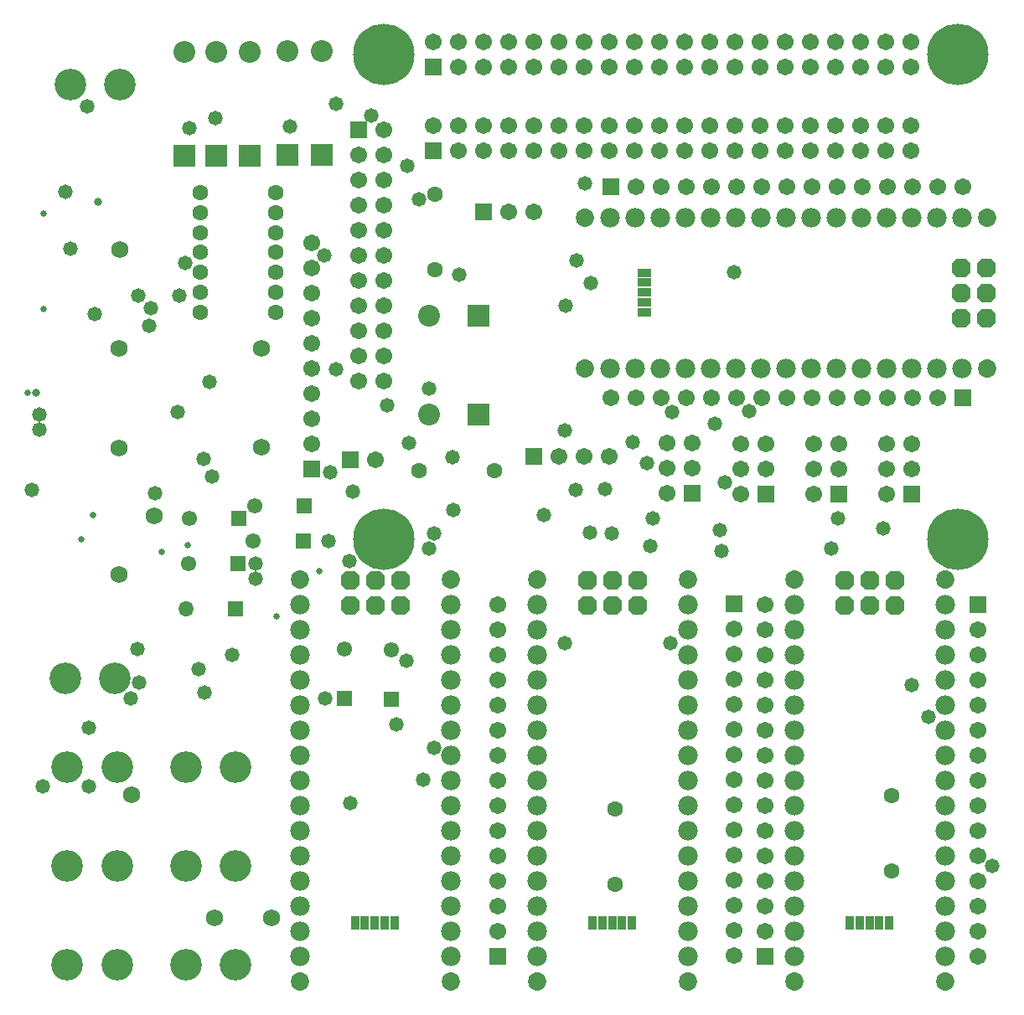
<source format=gts>
G04 Layer_Color=8388736*
%FSLAX24Y24*%
%MOIN*%
G70*
G01*
G75*
%ADD51R,0.0330X0.0580*%
%ADD52R,0.0580X0.0330*%
%ADD53C,0.0671*%
%ADD54R,0.0671X0.0671*%
%ADD55C,0.0730*%
%ADD56P,0.0820X8X22.5*%
%ADD57C,0.0780*%
%ADD58C,0.0867*%
%ADD59R,0.0867X0.0867*%
%ADD60C,0.0631*%
%ADD61R,0.0671X0.0671*%
%ADD62R,0.0611X0.0611*%
%ADD63C,0.0611*%
%ADD64O,0.0612X0.0611*%
%ADD65R,0.0611X0.0611*%
%ADD66C,0.2442*%
%ADD67C,0.1261*%
%ADD68R,0.0867X0.0867*%
%ADD69P,0.0820X8X292.5*%
%ADD70C,0.0680*%
%ADD71C,0.0257*%
%ADD72C,0.0580*%
%ADD73C,0.0330*%
D51*
X34268Y13076D02*
D03*
X33868D02*
D03*
X33488D02*
D03*
X33088D02*
D03*
X32698D02*
D03*
X44504D02*
D03*
X44104D02*
D03*
X43724D02*
D03*
X43324D02*
D03*
X42934D02*
D03*
X24819D02*
D03*
X24419D02*
D03*
X24039D02*
D03*
X23639D02*
D03*
X23249D02*
D03*
D52*
X34749Y38952D02*
D03*
Y38562D02*
D03*
Y38162D02*
D03*
Y37782D02*
D03*
Y37382D02*
D03*
D53*
X28937Y25740D02*
D03*
Y24740D02*
D03*
Y23740D02*
D03*
Y22740D02*
D03*
Y21740D02*
D03*
Y20740D02*
D03*
Y19740D02*
D03*
Y18740D02*
D03*
Y17740D02*
D03*
Y16740D02*
D03*
Y15740D02*
D03*
Y14740D02*
D03*
Y13740D02*
D03*
Y12740D02*
D03*
X38346Y11772D02*
D03*
Y12772D02*
D03*
Y13772D02*
D03*
Y14772D02*
D03*
Y15772D02*
D03*
Y16772D02*
D03*
Y17772D02*
D03*
Y18772D02*
D03*
Y19772D02*
D03*
Y20772D02*
D03*
Y21772D02*
D03*
Y22772D02*
D03*
Y23772D02*
D03*
Y24772D02*
D03*
X39567Y25732D02*
D03*
Y24732D02*
D03*
Y23732D02*
D03*
Y22732D02*
D03*
Y21732D02*
D03*
Y20732D02*
D03*
Y19732D02*
D03*
Y18732D02*
D03*
Y17732D02*
D03*
Y16732D02*
D03*
Y15732D02*
D03*
Y14732D02*
D03*
Y13732D02*
D03*
Y12732D02*
D03*
X33378Y31654D02*
D03*
X32378D02*
D03*
X31378D02*
D03*
X29370Y41378D02*
D03*
X30370D02*
D03*
X24055Y31496D02*
D03*
X48032Y11748D02*
D03*
Y12748D02*
D03*
Y13748D02*
D03*
Y14748D02*
D03*
Y15748D02*
D03*
Y16748D02*
D03*
Y17748D02*
D03*
Y18748D02*
D03*
Y19748D02*
D03*
Y20748D02*
D03*
Y21748D02*
D03*
Y22748D02*
D03*
Y23748D02*
D03*
Y24748D02*
D03*
X24409Y34630D02*
D03*
X23409D02*
D03*
X24409Y35630D02*
D03*
X23409D02*
D03*
X24409Y36630D02*
D03*
X23409D02*
D03*
X24409Y37630D02*
D03*
X23409D02*
D03*
X24409Y38630D02*
D03*
X23409D02*
D03*
X24409Y39630D02*
D03*
X23409D02*
D03*
X24409Y40630D02*
D03*
X23409D02*
D03*
X24409Y41630D02*
D03*
X23409D02*
D03*
X24409Y42630D02*
D03*
X23409D02*
D03*
X24409Y43630D02*
D03*
X23409D02*
D03*
X24409Y44630D02*
D03*
X26378Y48126D02*
D03*
X27378Y47126D02*
D03*
Y48126D02*
D03*
X28378Y47126D02*
D03*
Y48126D02*
D03*
X29378Y47126D02*
D03*
Y48126D02*
D03*
X30378Y47126D02*
D03*
Y48126D02*
D03*
X31378Y47126D02*
D03*
Y48126D02*
D03*
X32378Y47126D02*
D03*
Y48126D02*
D03*
X33378Y47126D02*
D03*
Y48126D02*
D03*
X34378Y47126D02*
D03*
Y48126D02*
D03*
X35378Y47126D02*
D03*
Y48126D02*
D03*
X36378Y47126D02*
D03*
Y48126D02*
D03*
X37378Y47126D02*
D03*
Y48126D02*
D03*
X38378Y47126D02*
D03*
Y48126D02*
D03*
X39378Y47126D02*
D03*
Y48126D02*
D03*
X40378Y47126D02*
D03*
Y48126D02*
D03*
X41378Y47126D02*
D03*
Y48126D02*
D03*
X42378Y47126D02*
D03*
Y48126D02*
D03*
X43378Y47126D02*
D03*
Y48126D02*
D03*
X44378Y47126D02*
D03*
Y48126D02*
D03*
X45378Y47126D02*
D03*
Y48126D02*
D03*
X26378Y44803D02*
D03*
X27378Y43803D02*
D03*
Y44803D02*
D03*
X28378Y43803D02*
D03*
Y44803D02*
D03*
X29378Y43803D02*
D03*
Y44803D02*
D03*
X30378Y43803D02*
D03*
Y44803D02*
D03*
X31378Y43803D02*
D03*
Y44803D02*
D03*
X32378Y43803D02*
D03*
Y44803D02*
D03*
X33378Y43803D02*
D03*
Y44803D02*
D03*
X34378Y43803D02*
D03*
Y44803D02*
D03*
X35378Y43803D02*
D03*
Y44803D02*
D03*
X36378Y43803D02*
D03*
Y44803D02*
D03*
X37378Y43803D02*
D03*
Y44803D02*
D03*
X38378Y43803D02*
D03*
Y44803D02*
D03*
X39378Y43803D02*
D03*
Y44803D02*
D03*
X40378Y43803D02*
D03*
Y44803D02*
D03*
X41378Y43803D02*
D03*
Y44803D02*
D03*
X42378Y43803D02*
D03*
Y44803D02*
D03*
X43378Y43803D02*
D03*
Y44803D02*
D03*
X44378Y43803D02*
D03*
Y44803D02*
D03*
X45378Y43803D02*
D03*
Y44803D02*
D03*
X21535Y33142D02*
D03*
Y40142D02*
D03*
Y39142D02*
D03*
Y38142D02*
D03*
Y37142D02*
D03*
Y36142D02*
D03*
Y35142D02*
D03*
Y34142D02*
D03*
Y32142D02*
D03*
X34417Y42362D02*
D03*
X35417D02*
D03*
X36417D02*
D03*
X37417D02*
D03*
X38417D02*
D03*
X39417D02*
D03*
X40417D02*
D03*
X41417D02*
D03*
X42417D02*
D03*
X43417D02*
D03*
X44417D02*
D03*
X45417D02*
D03*
X46417D02*
D03*
X47417D02*
D03*
X46417Y33976D02*
D03*
X45417D02*
D03*
X44417D02*
D03*
X43417D02*
D03*
X42417D02*
D03*
X41417D02*
D03*
X40417D02*
D03*
X39417D02*
D03*
X38417D02*
D03*
X37417D02*
D03*
X36417D02*
D03*
X35417D02*
D03*
X34417D02*
D03*
X33417D02*
D03*
X44409Y30126D02*
D03*
X45409Y31126D02*
D03*
X44409D02*
D03*
X45409Y32126D02*
D03*
X44409D02*
D03*
X41496Y30126D02*
D03*
X42496Y31126D02*
D03*
X41496D02*
D03*
X42496Y32126D02*
D03*
X41496D02*
D03*
X38606Y30142D02*
D03*
X39606Y31142D02*
D03*
X38606D02*
D03*
X39606Y32142D02*
D03*
X38606D02*
D03*
X35654Y30181D02*
D03*
X36654Y31181D02*
D03*
X35654D02*
D03*
X36654Y32181D02*
D03*
X35654D02*
D03*
D54*
X28937Y11740D02*
D03*
X38346Y25772D02*
D03*
X39567Y11732D02*
D03*
X48032Y25748D02*
D03*
X23409Y44630D02*
D03*
X21535Y31142D02*
D03*
X45409Y30126D02*
D03*
X42496D02*
D03*
X39606Y30142D02*
D03*
X36654Y30181D02*
D03*
D55*
X36508Y26736D02*
D03*
X30508D02*
D03*
Y10736D02*
D03*
X36508D02*
D03*
X46744Y26736D02*
D03*
X40744D02*
D03*
Y10736D02*
D03*
X46744D02*
D03*
X27059Y26736D02*
D03*
X21059D02*
D03*
Y10736D02*
D03*
X27059D02*
D03*
X32409Y35142D02*
D03*
Y41142D02*
D03*
X48409D02*
D03*
Y35142D02*
D03*
D56*
X34498Y26696D02*
D03*
Y25696D02*
D03*
X33498Y26696D02*
D03*
Y25696D02*
D03*
X32498Y26696D02*
D03*
Y25696D02*
D03*
X44734Y26696D02*
D03*
Y25696D02*
D03*
X43734Y26696D02*
D03*
Y25696D02*
D03*
X42734Y26696D02*
D03*
Y25696D02*
D03*
X25049Y26696D02*
D03*
Y25696D02*
D03*
X24049Y26696D02*
D03*
Y25696D02*
D03*
X23049Y26696D02*
D03*
Y25696D02*
D03*
D57*
X30508Y20736D02*
D03*
Y21736D02*
D03*
Y25736D02*
D03*
Y24736D02*
D03*
Y23736D02*
D03*
Y22736D02*
D03*
Y11736D02*
D03*
Y12736D02*
D03*
Y13736D02*
D03*
Y19736D02*
D03*
Y18736D02*
D03*
Y17736D02*
D03*
Y16736D02*
D03*
Y15736D02*
D03*
Y14736D02*
D03*
X36508Y20736D02*
D03*
Y21736D02*
D03*
Y25736D02*
D03*
Y24736D02*
D03*
Y23736D02*
D03*
Y22736D02*
D03*
Y11736D02*
D03*
Y12736D02*
D03*
Y13736D02*
D03*
Y19736D02*
D03*
Y18736D02*
D03*
Y17736D02*
D03*
Y16736D02*
D03*
Y15736D02*
D03*
Y14736D02*
D03*
X40744Y20736D02*
D03*
Y21736D02*
D03*
Y25736D02*
D03*
Y24736D02*
D03*
Y23736D02*
D03*
Y22736D02*
D03*
Y11736D02*
D03*
Y12736D02*
D03*
Y13736D02*
D03*
Y19736D02*
D03*
Y18736D02*
D03*
Y17736D02*
D03*
Y16736D02*
D03*
Y15736D02*
D03*
Y14736D02*
D03*
X46744Y20736D02*
D03*
Y21736D02*
D03*
Y25736D02*
D03*
Y24736D02*
D03*
Y23736D02*
D03*
Y22736D02*
D03*
Y11736D02*
D03*
Y12736D02*
D03*
Y13736D02*
D03*
Y19736D02*
D03*
Y18736D02*
D03*
Y17736D02*
D03*
Y16736D02*
D03*
Y15736D02*
D03*
Y14736D02*
D03*
X21059Y20736D02*
D03*
Y21736D02*
D03*
Y25736D02*
D03*
Y24736D02*
D03*
Y23736D02*
D03*
Y22736D02*
D03*
Y11736D02*
D03*
Y12736D02*
D03*
Y13736D02*
D03*
Y19736D02*
D03*
Y18736D02*
D03*
Y17736D02*
D03*
Y16736D02*
D03*
Y15736D02*
D03*
Y14736D02*
D03*
X27059Y20736D02*
D03*
Y21736D02*
D03*
Y25736D02*
D03*
Y24736D02*
D03*
Y23736D02*
D03*
Y22736D02*
D03*
Y11736D02*
D03*
Y12736D02*
D03*
Y13736D02*
D03*
Y19736D02*
D03*
Y18736D02*
D03*
Y17736D02*
D03*
Y16736D02*
D03*
Y15736D02*
D03*
Y14736D02*
D03*
X36409Y35142D02*
D03*
X37409D02*
D03*
X38409D02*
D03*
X39409D02*
D03*
X40409D02*
D03*
X41409D02*
D03*
X35409D02*
D03*
X34409D02*
D03*
X33409D02*
D03*
X44409D02*
D03*
X45409D02*
D03*
X46409D02*
D03*
X47409D02*
D03*
X43409D02*
D03*
X42409D02*
D03*
X36409Y41142D02*
D03*
X37409D02*
D03*
X38409D02*
D03*
X39409D02*
D03*
X40409D02*
D03*
X41409D02*
D03*
X35409D02*
D03*
X34409D02*
D03*
X33409D02*
D03*
X44409D02*
D03*
X45409D02*
D03*
X46409D02*
D03*
X47409D02*
D03*
X43409D02*
D03*
X42409D02*
D03*
D58*
X16457Y47728D02*
D03*
X19055D02*
D03*
X20551Y47768D02*
D03*
X17717Y47728D02*
D03*
X21929Y47768D02*
D03*
X26181Y33307D02*
D03*
Y37244D02*
D03*
D59*
X16457Y43610D02*
D03*
X19055D02*
D03*
X20551Y43650D02*
D03*
X17717Y43610D02*
D03*
X21929Y43650D02*
D03*
D60*
X33583Y14602D02*
D03*
Y17602D02*
D03*
X44606Y15154D02*
D03*
Y18154D02*
D03*
X26417Y39091D02*
D03*
Y42091D02*
D03*
X17083Y42126D02*
D03*
X20083D02*
D03*
X17083Y39764D02*
D03*
X20083D02*
D03*
X17083Y38189D02*
D03*
X20083D02*
D03*
X17083Y37362D02*
D03*
X20083D02*
D03*
X17083Y38976D02*
D03*
X20083D02*
D03*
X17083Y40551D02*
D03*
X20083D02*
D03*
X25783Y31063D02*
D03*
X28783D02*
D03*
X17083Y41339D02*
D03*
X20083D02*
D03*
D61*
X30378Y31654D02*
D03*
X28370Y41378D02*
D03*
X23055Y31496D02*
D03*
X26378Y47126D02*
D03*
Y43803D02*
D03*
X33417Y42362D02*
D03*
X47417Y33976D02*
D03*
D62*
X18583Y27362D02*
D03*
X21220Y29685D02*
D03*
X18504Y25591D02*
D03*
X21181Y28268D02*
D03*
X18622Y29173D02*
D03*
D63*
X16614Y27362D02*
D03*
X19252Y29685D02*
D03*
X24685Y23937D02*
D03*
X22835Y23976D02*
D03*
X19213Y28268D02*
D03*
X16654Y29173D02*
D03*
D64*
X16535Y25591D02*
D03*
D65*
X24685Y21969D02*
D03*
X22835Y22008D02*
D03*
D66*
X47244Y47638D02*
D03*
X24409D02*
D03*
X47244Y28346D02*
D03*
X24409D02*
D03*
D67*
X16535Y11417D02*
D03*
X18504D02*
D03*
X11811Y15354D02*
D03*
X13780D02*
D03*
X16535D02*
D03*
X18504D02*
D03*
X11811Y19291D02*
D03*
X13780D02*
D03*
X11811Y11417D02*
D03*
X13780D02*
D03*
X16535Y19291D02*
D03*
X18504D02*
D03*
X11732Y22795D02*
D03*
X13701D02*
D03*
X11929Y46457D02*
D03*
X13898D02*
D03*
D68*
X28150Y33307D02*
D03*
Y37244D02*
D03*
D69*
X47369Y39152D02*
D03*
X48369D02*
D03*
X47369Y38152D02*
D03*
X48369D02*
D03*
X47369Y37152D02*
D03*
X48369D02*
D03*
D70*
X13858Y35945D02*
D03*
X13898Y39882D02*
D03*
X13858Y31969D02*
D03*
Y26929D02*
D03*
X19528Y35945D02*
D03*
Y32008D02*
D03*
X19921Y13268D02*
D03*
X17677D02*
D03*
X15276Y29291D02*
D03*
X14370Y18189D02*
D03*
D71*
X12370Y28333D02*
D03*
X12826Y29318D02*
D03*
X15565Y27831D02*
D03*
X16591Y28122D02*
D03*
X10233Y34169D02*
D03*
X10854Y37518D02*
D03*
Y41317D02*
D03*
X20129Y25281D02*
D03*
X21841Y27079D02*
D03*
D72*
X17450Y34625D02*
D03*
X16210Y33405D02*
D03*
X32020Y30320D02*
D03*
X24910Y20970D02*
D03*
X23170Y30250D02*
D03*
X38340Y38980D02*
D03*
X22020Y39640D02*
D03*
X11730Y42180D02*
D03*
X10390Y30310D02*
D03*
X17030Y23190D02*
D03*
X25280Y23500D02*
D03*
X18350Y23750D02*
D03*
X22510Y45675D02*
D03*
X22260Y31020D02*
D03*
X22210Y28260D02*
D03*
X32390Y42520D02*
D03*
X25390Y32160D02*
D03*
X24540Y33670D02*
D03*
X23040Y27480D02*
D03*
X22070Y22020D02*
D03*
X33474Y28586D02*
D03*
X26385Y28574D02*
D03*
X26410Y20040D02*
D03*
X42460Y29180D02*
D03*
X35100D02*
D03*
X32590Y28605D02*
D03*
X26210Y27960D02*
D03*
X25970Y18760D02*
D03*
X23050Y17850D02*
D03*
X26200Y34340D02*
D03*
X37970Y30620D02*
D03*
X37756Y28696D02*
D03*
X46060Y21275D02*
D03*
X42210Y27980D02*
D03*
X37820Y27890D02*
D03*
X35810Y24220D02*
D03*
X31580D02*
D03*
X30760Y29320D02*
D03*
X27175Y29495D02*
D03*
X31600Y32690D02*
D03*
X37570Y32930D02*
D03*
X38920Y33440D02*
D03*
X48610Y15327D02*
D03*
X33190Y30350D02*
D03*
X27130Y31595D02*
D03*
X25330Y43210D02*
D03*
X45400Y22555D02*
D03*
X32073Y39430D02*
D03*
X25790Y41875D02*
D03*
X23910Y45210D02*
D03*
X14345Y22020D02*
D03*
X12880Y37300D02*
D03*
X16480Y39340D02*
D03*
X16671Y44725D02*
D03*
X22510Y35110D02*
D03*
X15280Y30180D02*
D03*
X32620Y38550D02*
D03*
X27390Y38865D02*
D03*
X35008Y28073D02*
D03*
X17560Y30840D02*
D03*
X20679Y44775D02*
D03*
X31640Y37640D02*
D03*
X34290Y32210D02*
D03*
X17700Y45100D02*
D03*
X12670Y20840D02*
D03*
Y18510D02*
D03*
X10823D02*
D03*
X17240Y31540D02*
D03*
X15065Y36839D02*
D03*
X11930Y39900D02*
D03*
X12610Y45590D02*
D03*
X14650Y22630D02*
D03*
X14580Y23970D02*
D03*
X10700Y32720D02*
D03*
Y33320D02*
D03*
X17250Y22250D02*
D03*
X19280Y26780D02*
D03*
X19299Y27380D02*
D03*
X34860Y31373D02*
D03*
X44254Y28787D02*
D03*
X35856Y33408D02*
D03*
X14630Y38050D02*
D03*
X15145Y37554D02*
D03*
X16256Y38044D02*
D03*
D73*
X10560Y34184D02*
D03*
X13020Y41790D02*
D03*
M02*

</source>
